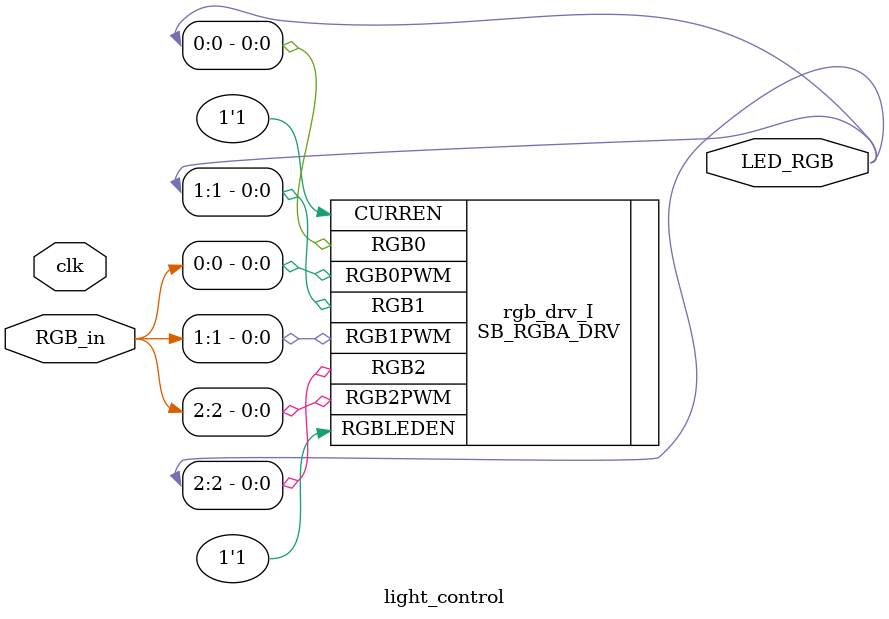
<source format=v>
/*
 * blink.v
 *
 * CC0 1.0 Universal - See LICENSE in this directory
 *
 * Copyright (C) 2018  Sylvain Munaut
 *
 * vim: ts=4 sw=4
 */

`default_nettype none

module light_control (
	input clk,
	input [2:0] RGB_in,
	output wire [2:0] LED_RGB
);


	SB_RGBA_DRV #(
		.CURRENT_MODE("0b1"),
		.RGB0_CURRENT("0b000111"),
		.RGB1_CURRENT("0b000111"),
		.RGB2_CURRENT("0b000111")
	) rgb_drv_I (
		.RGBLEDEN(1'b1),
		.RGB0PWM(RGB_in[0]),
		.RGB1PWM(RGB_in[1]),
		.RGB2PWM(RGB_in[2]),
		.CURREN(1'b1),
		.RGB0(LED_RGB[0]),
		.RGB1(LED_RGB[1]),
		.RGB2(LED_RGB[2])
	);

endmodule // blink


</source>
